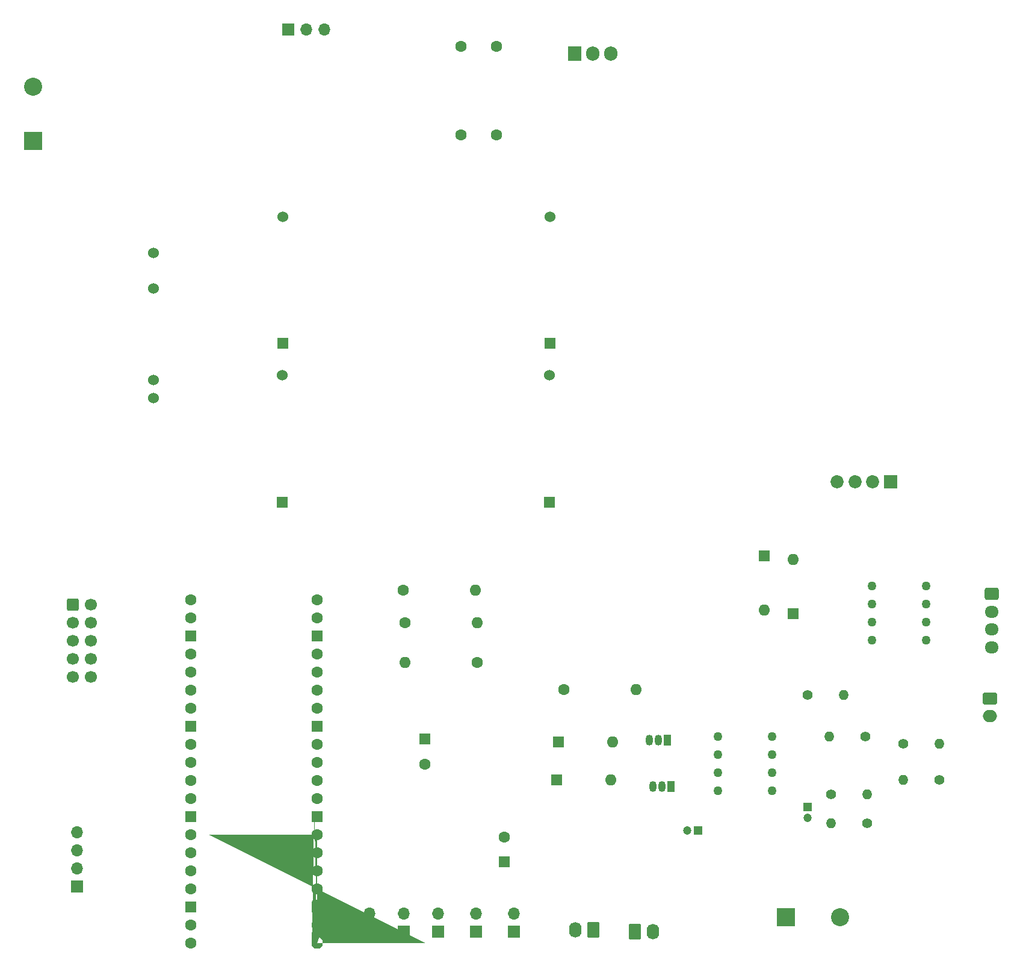
<source format=gbr>
%TF.GenerationSoftware,KiCad,Pcbnew,7.0.1*%
%TF.CreationDate,2023-05-11T18:44:24-05:00*%
%TF.ProjectId,CircuitoPotencia,43697263-7569-4746-9f50-6f74656e6369,rev?*%
%TF.SameCoordinates,Original*%
%TF.FileFunction,Soldermask,Bot*%
%TF.FilePolarity,Negative*%
%FSLAX46Y46*%
G04 Gerber Fmt 4.6, Leading zero omitted, Abs format (unit mm)*
G04 Created by KiCad (PCBNEW 7.0.1) date 2023-05-11 18:44:24*
%MOMM*%
%LPD*%
G01*
G04 APERTURE LIST*
G04 Aperture macros list*
%AMRoundRect*
0 Rectangle with rounded corners*
0 $1 Rounding radius*
0 $2 $3 $4 $5 $6 $7 $8 $9 X,Y pos of 4 corners*
0 Add a 4 corners polygon primitive as box body*
4,1,4,$2,$3,$4,$5,$6,$7,$8,$9,$2,$3,0*
0 Add four circle primitives for the rounded corners*
1,1,$1+$1,$2,$3*
1,1,$1+$1,$4,$5*
1,1,$1+$1,$6,$7*
1,1,$1+$1,$8,$9*
0 Add four rect primitives between the rounded corners*
20,1,$1+$1,$2,$3,$4,$5,0*
20,1,$1+$1,$4,$5,$6,$7,0*
20,1,$1+$1,$6,$7,$8,$9,0*
20,1,$1+$1,$8,$9,$2,$3,0*%
%AMFreePoly0*
4,1,58,0.281242,0.792533,0.314585,0.788777,0.324216,0.782725,0.335306,0.780194,0.361541,0.759271,0.389950,0.741421,0.741421,0.389950,0.759271,0.361541,0.780194,0.335306,0.782725,0.324216,0.788777,0.314585,0.792533,0.281242,0.800000,0.248529,0.800000,-0.248529,0.792533,-0.281242,0.788777,-0.314585,0.782725,-0.324216,0.780194,-0.335306,0.759271,-0.361541,0.741421,-0.389950,
0.389950,-0.741421,0.361541,-0.759271,0.335306,-0.780194,0.324216,-0.782725,0.314585,-0.788777,0.281242,-0.792533,0.248529,-0.800000,0.000000,-0.800000,-0.248529,-0.800000,-0.281242,-0.792533,-0.314585,-0.788777,-0.324216,-0.782725,-0.335306,-0.780194,-0.361541,-0.759271,-0.389950,-0.741421,-0.741421,-0.389950,-0.759271,-0.361541,-0.780194,-0.335306,-0.782725,-0.324216,-0.788777,-0.314585,
-0.792533,-0.281242,-0.800000,-0.248529,-0.800000,0.248529,-0.792533,0.281242,-0.788777,0.314585,-0.782725,0.324216,-0.780194,0.335306,-0.759271,0.361541,-0.741421,0.389950,-0.389950,0.741421,-0.361541,0.759271,-0.335306,0.780194,-0.324216,0.782725,-0.314585,0.788777,-0.281242,0.792533,-0.248529,0.800000,0.248529,0.800000,0.281242,0.792533,0.281242,0.792533,$1*%
G04 Aperture macros list end*
%ADD10R,1.700000X1.700000*%
%ADD11O,1.700000X1.700000*%
%ADD12RoundRect,0.250000X-0.600000X-0.600000X0.600000X-0.600000X0.600000X0.600000X-0.600000X0.600000X0*%
%ADD13C,1.700000*%
%ADD14C,1.600000*%
%ADD15O,1.600000X1.600000*%
%ADD16RoundRect,0.250000X-0.750000X0.600000X-0.750000X-0.600000X0.750000X-0.600000X0.750000X0.600000X0*%
%ADD17O,2.000000X1.700000*%
%ADD18C,1.400000*%
%ADD19O,1.400000X1.400000*%
%ADD20C,1.270000*%
%ADD21R,2.540000X2.540000*%
%ADD22C,2.540000*%
%ADD23R,1.600000X1.600000*%
%ADD24RoundRect,0.250000X-0.725000X0.600000X-0.725000X-0.600000X0.725000X-0.600000X0.725000X0.600000X0*%
%ADD25O,1.950000X1.700000*%
%ADD26C,1.524000*%
%ADD27R,1.524000X1.524000*%
%ADD28R,1.200000X1.200000*%
%ADD29C,1.200000*%
%ADD30R,1.050000X1.500000*%
%ADD31O,1.050000X1.500000*%
%ADD32FreePoly0,180.000000*%
%ADD33RoundRect,0.200000X0.600000X0.600000X-0.600000X0.600000X-0.600000X-0.600000X0.600000X-0.600000X0*%
%ADD34R,1.905000X2.000000*%
%ADD35O,1.905000X2.000000*%
%ADD36RoundRect,0.250000X-0.620000X-0.845000X0.620000X-0.845000X0.620000X0.845000X-0.620000X0.845000X0*%
%ADD37O,1.740000X2.190000*%
%ADD38R,1.850000X1.850000*%
%ADD39C,1.850000*%
%ADD40RoundRect,0.250000X0.620000X0.845000X-0.620000X0.845000X-0.620000X-0.845000X0.620000X-0.845000X0*%
G04 APERTURE END LIST*
D10*
%TO.C,SW2*%
X96147500Y-145039000D03*
D11*
X96147500Y-142499000D03*
%TD*%
D12*
%TO.C,J3*%
X49530000Y-99060000D03*
D13*
X52070000Y-99060000D03*
X49530000Y-101600000D03*
X52070000Y-101600000D03*
X49530000Y-104140000D03*
X52070000Y-104140000D03*
X49530000Y-106680000D03*
X52070000Y-106680000D03*
X49530000Y-109220000D03*
X52070000Y-109220000D03*
%TD*%
D14*
%TO.C,R7*%
X96266000Y-101600000D03*
D15*
X106426000Y-101600000D03*
%TD*%
D10*
%TO.C,J1*%
X50173500Y-138684000D03*
D11*
X50173500Y-136144000D03*
X50173500Y-133604000D03*
X50173500Y-131064000D03*
%TD*%
D16*
%TO.C,J6*%
X178562000Y-112268000D03*
D17*
X178562000Y-114768000D03*
%TD*%
D18*
%TO.C,R6*%
X161290000Y-129794000D03*
D19*
X156210000Y-129794000D03*
%TD*%
D20*
%TO.C,U2*%
X140343500Y-117602000D03*
X140343500Y-120142000D03*
X140343500Y-122682000D03*
X140343500Y-125222000D03*
X147963500Y-125222000D03*
X147963500Y-122682000D03*
X147963500Y-120142000D03*
X147963500Y-117602000D03*
%TD*%
%TO.C,IC1*%
X162010000Y-96445200D03*
X162010000Y-98985200D03*
X162010000Y-101525200D03*
X162010000Y-104065200D03*
X169630000Y-104065200D03*
X169630000Y-101525200D03*
X169630000Y-98985200D03*
X169630000Y-96445200D03*
%TD*%
D21*
%TO.C,J8*%
X149860000Y-143002000D03*
D22*
X157480000Y-143002000D03*
%TD*%
D10*
%TO.C,SW5*%
X111641500Y-145039000D03*
D11*
X111641500Y-142499000D03*
%TD*%
D23*
%TO.C,C7*%
X110236000Y-135256651D03*
D14*
X110236000Y-131756651D03*
%TD*%
D24*
%TO.C,J4*%
X178816000Y-97576000D03*
D25*
X178816000Y-100076000D03*
X178816000Y-102576000D03*
X178816000Y-105076000D03*
%TD*%
D14*
%TO.C,CIn3*%
X104144500Y-20556750D03*
X109144500Y-20556750D03*
%TD*%
D26*
%TO.C,U_5V1*%
X79130000Y-44540000D03*
D27*
X79130000Y-62340000D03*
D26*
X116730000Y-44540000D03*
D27*
X116730000Y-62340000D03*
%TD*%
D23*
%TO.C,D6*%
X146812000Y-92202000D03*
D15*
X146812000Y-99822000D03*
%TD*%
D18*
%TO.C,R5*%
X156210000Y-125730000D03*
D19*
X161290000Y-125730000D03*
%TD*%
D28*
%TO.C,C2*%
X152908000Y-127532000D03*
D29*
X152908000Y-129032000D03*
%TD*%
D14*
%TO.C,R8*%
X96012000Y-97028000D03*
D15*
X106172000Y-97028000D03*
%TD*%
D18*
%TO.C,R4*%
X161036000Y-117602000D03*
D19*
X155956000Y-117602000D03*
%TD*%
D23*
%TO.C,D5*%
X150876000Y-100330000D03*
D15*
X150876000Y-92710000D03*
%TD*%
D26*
%TO.C,U_3.3V1*%
X78990000Y-66846000D03*
D27*
X78990000Y-84646000D03*
D26*
X116590000Y-66846000D03*
D27*
X116590000Y-84646000D03*
%TD*%
D26*
%TO.C,PT1*%
X60912500Y-70030000D03*
X60912500Y-67530000D03*
X60912500Y-54630000D03*
X60912500Y-49630000D03*
%TD*%
D28*
%TO.C,C1*%
X137510099Y-130810000D03*
D29*
X136010099Y-130810000D03*
%TD*%
D23*
%TO.C,D4*%
X117602000Y-123698000D03*
D15*
X125222000Y-123698000D03*
%TD*%
D30*
%TO.C,Q2*%
X133739500Y-124608000D03*
D31*
X132469500Y-124608000D03*
X131199500Y-124608000D03*
%TD*%
D21*
%TO.C,Input110*%
X44000000Y-33910000D03*
D22*
X44000000Y-26290000D03*
%TD*%
D10*
%TO.C,SW1*%
X91321500Y-145039000D03*
D11*
X91321500Y-142499000D03*
%TD*%
D18*
%TO.C,R3*%
X152908000Y-111760000D03*
D19*
X157988000Y-111760000D03*
%TD*%
D18*
%TO.C,R2*%
X166370000Y-118618000D03*
D19*
X166370000Y-123698000D03*
%TD*%
D23*
%TO.C,C6*%
X99060000Y-117981349D03*
D14*
X99060000Y-121481349D03*
%TD*%
D32*
%TO.C,A1*%
X83896200Y-146670000D03*
D14*
X83896200Y-144130000D03*
D33*
X83896200Y-141590000D03*
D14*
X83896200Y-136510000D03*
X83896200Y-133970000D03*
X83896200Y-131430000D03*
D33*
X83896200Y-128890000D03*
D14*
X83896200Y-126350000D03*
X83896200Y-123810000D03*
X83896200Y-121270000D03*
X83896200Y-118730000D03*
D33*
X83896200Y-116190000D03*
D14*
X83896200Y-113650000D03*
X83896200Y-111110000D03*
X83896200Y-108570000D03*
X83896200Y-106030000D03*
D33*
X83896200Y-103490000D03*
D14*
X83896200Y-100950000D03*
X83896200Y-98410000D03*
X66116200Y-98410000D03*
X66116200Y-100950000D03*
D33*
X66116200Y-103490000D03*
D14*
X66116200Y-106030000D03*
X66116200Y-108570000D03*
X66116200Y-111110000D03*
X66116200Y-113650000D03*
D33*
X66116200Y-116190000D03*
D14*
X66116200Y-118730000D03*
X66116200Y-121270000D03*
X66116200Y-123810000D03*
X66116200Y-126350000D03*
D33*
X66116200Y-128890000D03*
D14*
X66116200Y-131430000D03*
X66116200Y-133970000D03*
X66116200Y-136510000D03*
X66116200Y-139050000D03*
D33*
X66116200Y-141590000D03*
D14*
X66116200Y-144130000D03*
X66116200Y-146670000D03*
%TD*%
D18*
%TO.C,R1*%
X171450000Y-123698000D03*
D19*
X171450000Y-118618000D03*
%TD*%
D30*
%TO.C,Q1*%
X133231500Y-118110000D03*
D31*
X131961500Y-118110000D03*
X130691500Y-118110000D03*
%TD*%
D23*
%TO.C,D3*%
X117856000Y-118364000D03*
D15*
X125476000Y-118364000D03*
%TD*%
D34*
%TO.C,U3*%
X120142000Y-21590000D03*
D35*
X122682000Y-21590000D03*
X125222000Y-21590000D03*
%TD*%
D14*
%TO.C,CIn4*%
X104180000Y-33020000D03*
X109180000Y-33020000D03*
%TD*%
D10*
%TO.C,JP1*%
X79880000Y-18180000D03*
D11*
X82420000Y-18180000D03*
X84960000Y-18180000D03*
%TD*%
D36*
%TO.C,J2*%
X128659500Y-145034000D03*
D37*
X131199500Y-145034000D03*
%TD*%
D14*
%TO.C,*%
X83896200Y-139039600D03*
%TD*%
D38*
%TO.C,J5*%
X164592000Y-81788000D03*
D39*
X162092000Y-81788000D03*
X159592000Y-81788000D03*
X157092000Y-81788000D03*
%TD*%
D14*
%TO.C,R21*%
X118618000Y-110998000D03*
D15*
X128778000Y-110998000D03*
%TD*%
D10*
%TO.C,SW4*%
X106307500Y-145039000D03*
D11*
X106307500Y-142499000D03*
%TD*%
D40*
%TO.C,J9*%
X122817500Y-144780000D03*
D37*
X120277500Y-144780000D03*
%TD*%
D14*
%TO.C,R20*%
X106426000Y-107188000D03*
D15*
X96266000Y-107188000D03*
%TD*%
D10*
%TO.C,SW3*%
X100973500Y-145034000D03*
D11*
X100973500Y-142494000D03*
%TD*%
M02*

</source>
